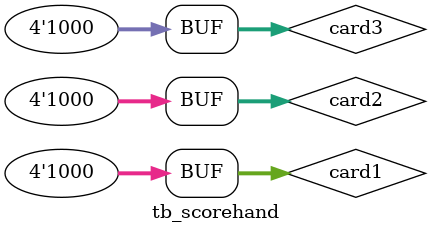
<source format=sv>
/*This testbench ensures that the scorehand module functions properly
and it calculates the total score for a hand based on the Baccarat scoring guide*/

module tb_scorehand();
    //declarations
    logic [3:0] card1;
    logic [3:0] card2;
    logic [3:0] card3;
    logic [3:0] total;

    scorehand dut(card1, card2, card3, total);
    
    initial begin
        //all less than 10
        card1 = 4'b0001; card2 = 4'b0010; card3 = 4'b0011;
        #5;
        assert(total == 4'b0110);

        //one above 10
        card1 = 4'b0001; card2 = 4'b0010; card3 = 4'b1011;
        #5;
        assert(total == 4'b0011);

        //two above 10
        card1 = 4'b0001; card2 = 4'b1010; card3 = 4'b1011;
        #5;
        assert(total == 4'b0001);

        //three above 10
        card1 = 4'b1100; card2 = 4'b1010; card3 = 4'b1011;
        #5;
        assert(total == 4'b0000);

        //check when sum goes above 10
        card1 = 4'b1000; card2 = 4'b1000; card3 = 4'b1000;
        #5;
        assert(total == 4'b0100);

        $display("SUCCESS scorehand");
    end

endmodule

</source>
